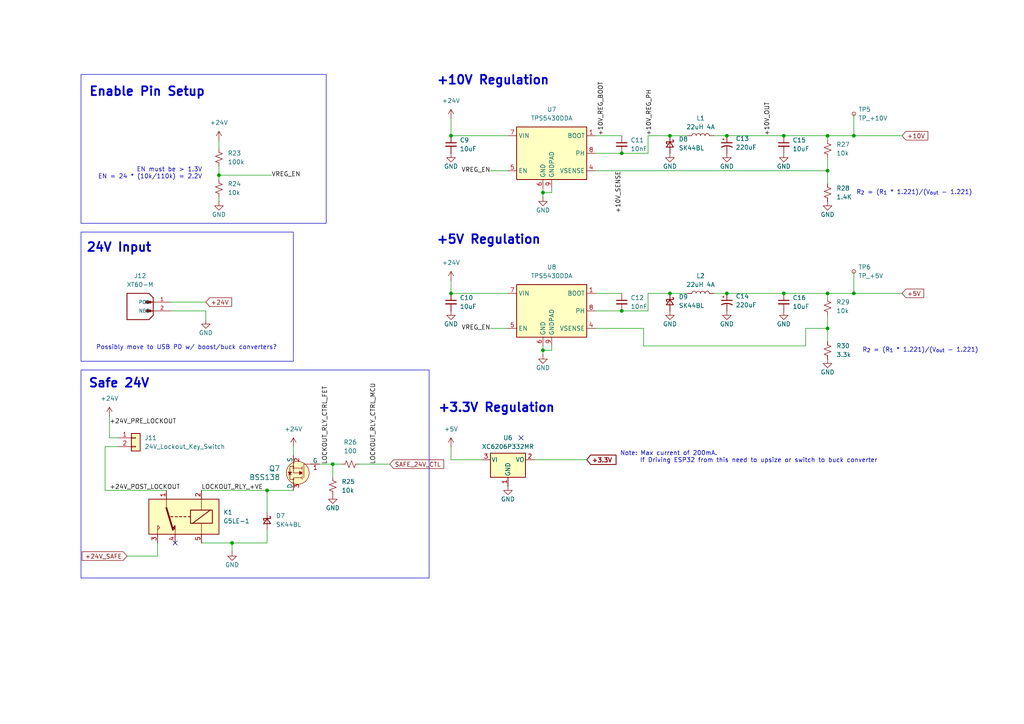
<source format=kicad_sch>
(kicad_sch (version 20250114) (generator "eeschema") (generator_version "9.0")
  (paper "A4")
  (title_block (title "Power Distribution") (rev "0.1.0") (company "Queen's Rocket Engineering Team"))
  (lib_symbols
    (symbol "Connector:TestPoint_Small" (pin_numbers (hide yes)) (pin_names (offset 0.762) (hide yes))
      (property "Reference" "TP" (at 0 3.81 0))
      (property "Value" "TestPoint_Small" (at 0 2.032 0))
      (symbol "TestPoint_Small_0_1"
        (circle (center 0 0) (radius 0.508))
      )
      (symbol "TestPoint_Small_1_1"
        (pin passive line (at 0 0 90) (length 0) (name "1") (number "1"))
      )
    )
    (symbol "Connector_Generic:Conn_01x02" (pin_names (offset 1.016) (hide yes))
      (property "Reference" "J" (at 0 2.54 0))
      (property "Value" "Conn_01x02" (at 0 -5.08 0))
      (symbol "Conn_01x02_1_1"
        (rectangle (start -1.27 1.27) (end 1.27 -3.81) (stroke (width 0.254)) (fill (type background)))
        (rectangle (start -1.27 0.127) (end 0 -0.127) (stroke (width 0.1524)))
        (rectangle (start -1.27 -2.413) (end 0 -2.667) (stroke (width 0.1524)))
        (pin passive line (at -5.08 0 0) (length 3.81) (name "Pin_1") (number "1"))
        (pin passive line (at -5.08 -2.54 0) (length 3.81) (name "Pin_2") (number "2"))
      )
    )
    (symbol "Device:C_Polarized_Small_US" (pin_numbers (hide yes)) (pin_names (offset 0.254) (hide yes))
      (property "Reference" "C" (at 0.254 1.778 0))
      (property "Value" "C_Polarized_Small_US" (at 0.254 -2.032 0))
      (symbol "C_Polarized_Small_US_0_1"
        (polyline (pts (xy -1.524 0.508) (xy 1.524 0.508)) (stroke (width 0.3048)))
        (polyline (pts (xy -1.27 1.524) (xy -0.762 1.524)))
        (polyline (pts (xy -1.016 1.27) (xy -1.016 1.778)))
        (arc (start -1.524 -0.762) (mid 0 -0.3734) (end 1.524 -0.762) (stroke (width 0.3048)))
      )
      (symbol "C_Polarized_Small_US_1_1"
        (pin passive line (at 0 2.54 270) (length 2.032) (name "~") (number "1"))
        (pin passive line (at 0 -2.54 90) (length 2.032) (name "~") (number "2"))
      )
    )
    (symbol "Device:C_Small" (pin_numbers (hide yes)) (pin_names (offset 0.254) (hide yes))
      (property "Reference" "C" (at 0.254 1.778 0))
      (property "Value" "C_Small" (at 0.254 -2.032 0))
      (symbol "C_Small_0_1"
        (polyline (pts (xy -1.524 0.508) (xy 1.524 0.508)) (stroke (width 0.3048)))
        (polyline (pts (xy -1.524 -0.508) (xy 1.524 -0.508)) (stroke (width 0.3302)))
      )
      (symbol "C_Small_1_1"
        (pin passive line (at 0 2.54 270) (length 2.032) (name "~") (number "1"))
        (pin passive line (at 0 -2.54 90) (length 2.032) (name "~") (number "2"))
      )
    )
    (symbol "Device:D_Schottky_Small" (pin_numbers (hide yes)) (pin_names (offset 0.254) (hide yes))
      (property "Reference" "D" (at -1.27 2.032 0))
      (property "Value" "D_Schottky_Small" (at -7.112 -2.032 0))
      (symbol "D_Schottky_Small_0_1"
        (polyline (pts (xy -1.27 0.762) (xy -1.27 1.016) (xy -0.762 1.016) (xy -0.762 -1.016) (xy -0.254 -1.016) (xy -0.254 -0.762)) (stroke (width 0.254)))
        (polyline (pts (xy -0.762 0) (xy 0.762 0)))
        (polyline (pts (xy 0.762 -1.016) (xy -0.762 0) (xy 0.762 1.016) (xy 0.762 -1.016)) (stroke (width 0.254)))
      )
      (symbol "D_Schottky_Small_1_1"
        (pin passive line (at -2.54 0 0) (length 1.778) (name "K") (number "1"))
        (pin passive line (at 2.54 0 180) (length 1.778) (name "A") (number "2"))
      )
    )
    (symbol "Device:L" (pin_numbers (hide yes)) (pin_names (offset 1.016) (hide yes))
      (property "Reference" "L" (at -1.27 0 90))
      (property "Value" "L" (at 1.905 0 90))
      (symbol "L_0_1"
        (arc (start 0 2.54) (mid 0.6323 1.905) (end 0 1.27))
        (arc (start 0 1.27) (mid 0.6323 0.635) (end 0 0))
        (arc (start 0 0) (mid 0.6323 -0.635) (end 0 -1.27))
        (arc (start 0 -1.27) (mid 0.6323 -1.905) (end 0 -2.54))
      )
      (symbol "L_1_1"
        (pin passive line (at 0 3.81 270) (length 1.27) (name "1") (number "1"))
        (pin passive line (at 0 -3.81 90) (length 1.27) (name "2") (number "2"))
      )
    )
    (symbol "Device:R_Small_US" (pin_numbers (hide yes)) (pin_names (offset 0.254) (hide yes))
      (property "Reference" "R" (at 0.762 0.508 0))
      (property "Value" "R_Small_US" (at 0.762 -1.016 0))
      (symbol "R_Small_US_1_1"
        (polyline (pts (xy 0 1.524) (xy 1.016 1.143) (xy 0 0.762) (xy -1.016 0.381) (xy 0 0)))
        (polyline (pts (xy 0 0) (xy 1.016 -0.381) (xy 0 -0.762) (xy -1.016 -1.143) (xy 0 -1.524)))
        (pin passive line (at 0 2.54 270) (length 1.016) (name "~") (number "1"))
        (pin passive line (at 0 -2.54 90) (length 1.016) (name "~") (number "2"))
      )
    )
    (symbol "Regulator_Linear:XC6206PxxxMR" (pin_names (offset 0.254))
      (property "Reference" "U" (at -3.81 3.175 0))
      (property "Value" "XC6206PxxxMR" (at 0 3.175 0))
      (symbol "XC6206PxxxMR_0_1"
        (rectangle (start -5.08 1.905) (end 5.08 -5.08) (stroke (width 0.254)) (fill (type background)))
      )
      (symbol "XC6206PxxxMR_1_1"
        (pin power_in line (at -7.62 0 0) (length 2.54) (name "VI") (number "3"))
        (pin power_in line (at 0 -7.62 90) (length 2.54) (name "GND") (number "1"))
        (pin power_out line (at 7.62 0 180) (length 2.54) (name "VO") (number "2"))
      )
    )
    (symbol "Regulator_Switching:TPS5430DDA"
      (property "Reference" "U" (at -10.16 8.89 0))
      (property "Value" "TPS5430DDA" (at -1.27 8.89 0))
      (symbol "TPS5430DDA_0_1"
        (rectangle (start -10.16 7.62) (end 10.16 -7.62) (stroke (width 0.254)) (fill (type background)))
      )
      (symbol "TPS5430DDA_1_1"
        (pin power_in line (at -12.7 5.08 0) (length 2.54) (name "VIN") (number "7"))
        (pin input line (at -12.7 -5.08 0) (length 2.54) (name "EN") (number "5"))
        (pin no_connect line (at -10.16 2.54 0) (length 2.54) (hide yes) (name "NC") (number "2"))
        (pin no_connect line (at -10.16 -2.54 0) (length 2.54) (hide yes) (name "NC") (number "3"))
        (pin power_in line (at -2.54 -10.16 90) (length 2.54) (name "GND") (number "6"))
        (pin power_in line (at 0 -10.16 90) (length 2.54) (name "GNDPAD") (number "9"))
        (pin input line (at 12.7 5.08 180) (length 2.54) (name "BOOT") (number "1"))
        (pin output line (at 12.7 0 180) (length 2.54) (name "PH") (number "8"))
        (pin input line (at 12.7 -5.08 180) (length 2.54) (name "VSENSE") (number "4"))
      )
    )
    (symbol "Relay:G5LE-1"
      (property "Reference" "K" (at 11.43 3.81 0))
      (property "Value" "G5LE-1" (at 11.43 1.27 0))
      (symbol "G5LE-1_0_0"
        (polyline (pts (xy 7.62 5.08) (xy 7.62 2.54) (xy 6.985 3.175) (xy 7.62 3.81)))
      )
      (symbol "G5LE-1_0_1"
        (rectangle (start -10.16 5.08) (end 10.16 -5.08) (stroke (width 0.254)) (fill (type background)))
        (rectangle (start -8.255 1.905) (end -1.905 -1.905) (stroke (width 0.254)))
        (polyline (pts (xy -7.62 -1.905) (xy -2.54 1.905)) (stroke (width 0.254)))
        (polyline (pts (xy -5.08 5.08) (xy -5.08 1.905)))
        (polyline (pts (xy -5.08 -5.08) (xy -5.08 -1.905)))
        (polyline (pts (xy -1.905 0) (xy -1.27 0)) (stroke (width 0.254)))
        (polyline (pts (xy -0.635 0) (xy 0 0)) (stroke (width 0.254)))
        (polyline (pts (xy 0.635 0) (xy 1.27 0)) (stroke (width 0.254)))
        (polyline (pts (xy 1.905 0) (xy 2.54 0)) (stroke (width 0.254)))
        (polyline (pts (xy 2.54 5.08) (xy 2.54 2.54) (xy 3.175 3.175) (xy 2.54 3.81)) (fill (type outline)))
        (polyline (pts (xy 3.175 0) (xy 3.81 0)) (stroke (width 0.254)))
        (polyline (pts (xy 5.08 -2.54) (xy 3.175 3.81)) (stroke (width 0.508)))
        (polyline (pts (xy 5.08 -2.54) (xy 5.08 -5.08)))
      )
      (symbol "G5LE-1_1_1"
        (pin passive line (at -5.08 7.62 270) (length 2.54) (name "~") (number "5"))
        (pin passive line (at -5.08 -7.62 90) (length 2.54) (name "~") (number "2"))
        (pin passive line (at 2.54 7.62 270) (length 2.54) (name "~") (number "4"))
        (pin passive line (at 5.08 -7.62 90) (length 2.54) (name "~") (number "1"))
        (pin passive line (at 7.62 7.62 270) (length 2.54) (name "~") (number "3"))
      )
    )
    (symbol "XT60-M:XT60-M" (pin_names (offset 1.016))
      (property "Reference" "J12" (at 3.81 10.16 0))
      (property "Value" "XT60-M" (at 3.81 7.62 0))
      (symbol "XT60-M_0_0"
        (polyline (pts (xy 0 3.81) (xy 0 2.54)) (stroke (width 0.254)))
        (polyline (pts (xy 0 3.81) (xy 1.27 5.08)) (stroke (width 0.254)))
        (polyline (pts (xy 0 2.54) (xy 0 -1.27)) (stroke (width 0.254)))
        (polyline (pts (xy 0 2.54) (xy 1.905 2.54)) (stroke (width 0.254)))
        (polyline (pts (xy 0 0) (xy 1.905 0)) (stroke (width 0.254)))
        (polyline (pts (xy 0 -1.27) (xy 1.27 -2.54)) (stroke (width 0.254)))
        (rectangle (start 0.635 2.2225) (end 2.2225 2.8575) (stroke (width 0.1)) (fill (type outline)))
        (rectangle (start 0.635 -0.3175) (end 2.2225 0.3175) (stroke (width 0.1)) (fill (type outline)))
        (polyline (pts (xy 1.27 -2.54) (xy 7.62 -2.54)) (stroke (width 0.254)))
        (polyline (pts (xy 7.62 5.08) (xy 1.27 5.08)) (stroke (width 0.254)))
        (polyline (pts (xy 7.62 -2.54) (xy 7.62 5.08)) (stroke (width 0.254)))
      )
      (symbol "XT60-M_1_0"
        (pin passive line (at -5.08 2.54 0) (length 5.08) (name "POS") (number "1"))
        (pin passive line (at -5.08 0 0) (length 5.08) (name "NEG") (number "2"))
      )
    )
    (symbol "dk_Transistors-FETs-MOSFETs-Single:BSS138" (pin_names (offset 0))
      (property "Reference" "Q" (at -2.6924 3.6322 0))
      (property "Value" "BSS138" (at 3.4544 0 90))
      (symbol "BSS138_0_1"
        (polyline (pts (xy -5.08 -2.54) (xy -3.048 -2.54) (xy -3.048 1.397)))
        (circle (center -1.27 0) (radius 3.302) (fill (type background)))
        (polyline (pts (xy -0.127 -1.905) (xy 1.016 -1.905) (xy 1.016 1.397) (xy 1.016 1.905) (xy -0.127 1.905)))
        (polyline (pts (xy 0 2.54) (xy 0 1.397) (xy -2.54 1.397)))
        (circle (center 0 1.905) (radius 0.127))
        (polyline (pts (xy 0 -1.397) (xy -2.54 -1.397)))
        (circle (center 0 -1.397) (radius 0.127))
        (circle (center 0 -1.905) (radius 0.127))
        (polyline (pts (xy 0 -2.54) (xy 0 0) (xy -2.54 0)))
      )
      (symbol "BSS138_1_1"
        (polyline (pts (xy -2.54 1.905) (xy -2.54 0.889)))
        (polyline (pts (xy -2.54 0) (xy -2.54 0.508)))
        (polyline (pts (xy -2.54 0) (xy -2.54 -0.508)))
        (polyline (pts (xy -2.54 0) (xy -1.778 0.508) (xy -1.778 -0.508) (xy -2.54 0)) (fill (type outline)))
        (polyline (pts (xy -2.54 -1.397) (xy -2.54 -0.889)))
        (polyline (pts (xy -2.54 -1.397) (xy -2.54 -1.905)))
        (polyline (pts (xy 1.016 0.508) (xy 0.508 -0.254) (xy 1.524 -0.254) (xy 1.016 0.508)) (fill (type outline)))
        (polyline (pts (xy 1.524 0.508) (xy 0.508 0.508)))
        (pin bidirectional line (at -7.62 -2.54 0) (length 2.54) (name "G") (number "1"))
        (pin bidirectional line (at 0 5.08 270) (length 2.54) (name "D") (number "3"))
        (pin bidirectional line (at 0 -5.08 90) (length 2.54) (name "S") (number "2"))
      )
    )
    (symbol "power:+24V" (power) (pin_numbers (hide yes)) (pin_names (offset 0) (hide yes))
      (property "Value" "+24V" (at 0 3.556 0))
      (symbol "+24V_0_1"
        (polyline (pts (xy -0.762 1.27) (xy 0 2.54)))
        (polyline (pts (xy 0 2.54) (xy 0.762 1.27)))
        (polyline (pts (xy 0 0) (xy 0 2.54)))
      )
      (symbol "+24V_1_1"
        (pin power_in line (at 0 0 90) (length 0) (name "~") (number "1"))
      )
    )
    (symbol "power:+5V" (power) (pin_numbers (hide yes)) (pin_names (offset 0) (hide yes))
      (property "Value" "+5V" (at 0 3.556 0))
      (symbol "+5V_0_1"
        (polyline (pts (xy -0.762 1.27) (xy 0 2.54)))
        (polyline (pts (xy 0 2.54) (xy 0.762 1.27)))
        (polyline (pts (xy 0 0) (xy 0 2.54)))
      )
      (symbol "+5V_1_1"
        (pin power_in line (at 0 0 90) (length 0) (name "~") (number "1"))
      )
    )
    (symbol "power:GND" (power) (pin_numbers (hide yes)) (pin_names (offset 0) (hide yes))
      (property "Value" "GND" (at 0 -3.81 0))
      (symbol "GND_0_1"
        (polyline (pts (xy 0 0) (xy 0 -1.27) (xy 1.27 -1.27) (xy 0 -2.54) (xy -1.27 -1.27) (xy 0 -1.27)))
      )
      (symbol "GND_1_1"
        (pin power_in line (at 0 0 270) (length 0) (name "~") (number "1"))
      )
    )
  )
  (rectangle (start 23.495 107.315) (end 124.46 167.64))
  (rectangle (start 23.495 21.59) (end 94.615 64.77))
  (rectangle (start 23.495 67.31) (end 85.09 104.775))
  (text "EN must be > 1.3V\nEN = 24 * (10k/110k) = 2.2V" (at 58.674 50.292 0) (effects (font (size 1.27 1.27)) (justify right)))
  (text "Possibly move to USB PD w/ boost/buck converters?" (at 54.102 100.838 0) (effects (font (size 1.27 1.27))))
  (text "+5V Regulation" (at 141.732 69.596 0) (effects (font (size 2.54 2.54) (thickness 0.508) (bold yes))))
  (text "R_{2} = (R_{1} * 1.221)/(V_{out} - 1.221)" (at 266.954 101.6 0) (effects (font (size 1.27 1.27))))
  (text "Note: Max current of 200mA.\n	 If Driving ESP32 from this need to upsize or switch to buck converter" (at 179.832 132.588 0) (effects (font (size 1.27 1.27) (thickness 0.1588)) (justify left)))
  (text "+3.3V Regulation" (at 144.018 118.364 0) (effects (font (size 2.54 2.54) (thickness 0.508) (bold yes))))
  (text "Enable Pin Setup" (at 42.672 26.67 0) (effects (font (size 2.54 2.54) (thickness 0.508) (bold yes))))
  (text "24V Input" (at 34.544 71.882 0) (effects (font (size 2.54 2.54) (thickness 0.508) (bold yes))))
  (text "+10V Regulation" (at 143.002 23.368 0) (effects (font (size 2.54 2.54) (thickness 0.508) (bold yes))))
  (text "R_{2} = (R_{1} * 1.221)/(V_{out} - 1.221)" (at 265.176 55.88 0) (effects (font (size 1.27 1.27))))
  (text "Safe 24V" (at 34.544 111.252 0) (effects (font (size 2.54 2.54) (thickness 0.508) (bold yes))))
  (junction (at 210.82 85.09))
  (junction (at 240.03 85.09))
  (junction (at 180.34 44.45))
  (junction (at 96.52 134.62))
  (junction (at 227.33 85.09))
  (junction (at 227.33 39.37))
  (junction (at 247.65 85.09))
  (junction (at 194.31 85.09))
  (junction (at 157.48 55.88))
  (junction (at 130.81 85.09))
  (junction (at 194.31 39.37))
  (junction (at 63.5 50.8))
  (junction (at 240.03 95.25))
  (junction (at 240.03 39.37))
  (junction (at 247.65 39.37))
  (junction (at 210.82 39.37))
  (junction (at 240.03 49.53))
  (junction (at 157.48 101.6))
  (junction (at 180.34 90.17))
  (junction (at 130.81 39.37))
  (junction (at 77.47 142.24))
  (junction (at 67.31 157.48))
  (no_connect (at 151.13 127))
  (no_connect (at 50.8 157.48))
  (wire (pts (xy 59.69 92.71) (xy 59.69 90.17)))
  (wire (pts (xy 157.48 55.88) (xy 160.02 55.88)))
  (wire (pts (xy 157.48 101.6) (xy 160.02 101.6)))
  (wire (pts (xy 172.72 90.17) (xy 180.34 90.17)))
  (wire (pts (xy 160.02 101.6) (xy 160.02 100.33)))
  (wire (pts (xy 157.48 55.88) (xy 157.48 54.61)))
  (wire (pts (xy 210.82 85.09) (xy 227.33 85.09)))
  (wire (pts (xy 186.69 100.33) (xy 233.68 100.33)))
  (wire (pts (xy 187.96 44.45) (xy 187.96 39.37)))
  (wire (pts (xy 36.83 161.29) (xy 45.72 161.29)))
  (wire (pts (xy 77.47 157.48) (xy 77.47 153.67)))
  (wire (pts (xy 247.65 85.09) (xy 261.62 85.09)))
  (wire (pts (xy 247.65 78.74) (xy 247.65 85.09)))
  (wire (pts (xy 233.68 100.33) (xy 233.68 95.25)))
  (wire (pts (xy 130.81 34.29) (xy 130.81 39.37)))
  (wire (pts (xy 96.52 134.62) (xy 96.52 138.43)))
  (wire (pts (xy 130.81 85.09) (xy 147.32 85.09)))
  (wire (pts (xy 194.31 85.09) (xy 199.39 85.09)))
  (wire (pts (xy 63.5 50.8) (xy 63.5 52.07)))
  (wire (pts (xy 77.47 142.24) (xy 77.47 148.59)))
  (wire (pts (xy 186.69 95.25) (xy 186.69 100.33)))
  (wire (pts (xy 147.32 95.25) (xy 142.24 95.25)))
  (wire (pts (xy 240.03 49.53) (xy 240.03 53.34)))
  (wire (pts (xy 180.34 44.45) (xy 187.96 44.45)))
  (wire (pts (xy 172.72 95.25) (xy 186.69 95.25)))
  (wire (pts (xy 194.31 39.37) (xy 199.39 39.37)))
  (wire (pts (xy 187.96 90.17) (xy 187.96 85.09)))
  (wire (pts (xy 130.81 81.28) (xy 130.81 85.09)))
  (wire (pts (xy 240.03 40.64) (xy 240.03 39.37)))
  (wire (pts (xy 172.72 85.09) (xy 180.34 85.09)))
  (wire (pts (xy 240.03 86.36) (xy 240.03 85.09)))
  (wire (pts (xy 187.96 85.09) (xy 194.31 85.09)))
  (wire (pts (xy 130.81 39.37) (xy 147.32 39.37)))
  (wire (pts (xy 49.53 87.63) (xy 59.69 87.63)))
  (wire (pts (xy 130.81 129.54) (xy 130.81 133.35)))
  (wire (pts (xy 67.31 157.48) (xy 67.31 160.02)))
  (wire (pts (xy 227.33 39.37) (xy 240.03 39.37)))
  (wire (pts (xy 147.32 49.53) (xy 142.24 49.53)))
  (wire (pts (xy 240.03 95.25) (xy 240.03 99.06)))
  (wire (pts (xy 207.01 39.37) (xy 210.82 39.37)))
  (wire (pts (xy 63.5 48.26) (xy 63.5 50.8)))
  (wire (pts (xy 240.03 39.37) (xy 247.65 39.37)))
  (wire (pts (xy 154.94 133.35) (xy 170.18 133.35)))
  (wire (pts (xy 96.52 134.62) (xy 99.06 134.62)))
  (wire (pts (xy 130.81 133.35) (xy 139.7 133.35)))
  (wire (pts (xy 210.82 39.37) (xy 227.33 39.37)))
  (wire (pts (xy 63.5 40.64) (xy 63.5 43.18)))
  (wire (pts (xy 30.48 142.24) (xy 48.26 142.24)))
  (wire (pts (xy 31.75 120.65) (xy 31.75 127)))
  (wire (pts (xy 45.72 161.29) (xy 45.72 157.48)))
  (wire (pts (xy 92.71 134.62) (xy 96.52 134.62)))
  (wire (pts (xy 85.09 129.54) (xy 85.09 132.08)))
  (wire (pts (xy 240.03 91.44) (xy 240.03 95.25)))
  (wire (pts (xy 187.96 39.37) (xy 194.31 39.37)))
  (wire (pts (xy 240.03 45.72) (xy 240.03 49.53)))
  (wire (pts (xy 180.34 90.17) (xy 187.96 90.17)))
  (wire (pts (xy 63.5 57.15) (xy 63.5 58.42)))
  (wire (pts (xy 172.72 44.45) (xy 180.34 44.45)))
  (wire (pts (xy 77.47 142.24) (xy 85.09 142.24)))
  (wire (pts (xy 58.42 142.24) (xy 77.47 142.24)))
  (wire (pts (xy 157.48 55.88) (xy 157.48 57.15)))
  (wire (pts (xy 247.65 39.37) (xy 261.62 39.37)))
  (wire (pts (xy 63.5 50.8) (xy 78.74 50.8)))
  (wire (pts (xy 30.48 142.24) (xy 30.48 129.54)))
  (wire (pts (xy 227.33 85.09) (xy 240.03 85.09)))
  (wire (pts (xy 30.48 129.54) (xy 34.29 129.54)))
  (wire (pts (xy 240.03 85.09) (xy 247.65 85.09)))
  (wire (pts (xy 77.47 157.48) (xy 67.31 157.48)))
  (wire (pts (xy 104.14 134.62) (xy 113.03 134.62)))
  (wire (pts (xy 160.02 55.88) (xy 160.02 54.61)))
  (wire (pts (xy 58.42 157.48) (xy 67.31 157.48)))
  (wire (pts (xy 157.48 101.6) (xy 157.48 102.87)))
  (wire (pts (xy 59.69 90.17) (xy 49.53 90.17)))
  (wire (pts (xy 207.01 85.09) (xy 210.82 85.09)))
  (wire (pts (xy 233.68 95.25) (xy 240.03 95.25)))
  (wire (pts (xy 172.72 49.53) (xy 240.03 49.53)))
  (wire (pts (xy 31.75 127) (xy 34.29 127)))
  (wire (pts (xy 157.48 101.6) (xy 157.48 100.33)))
  (wire (pts (xy 247.65 33.02) (xy 247.65 39.37)))
  (wire (pts (xy 172.72 39.37) (xy 180.34 39.37)))
  (label "VREG_EN" (at 78.74 50.8 0))
  (label "+24V_POST_LOCKOUT" (at 31.75 142.24 0))
  (label "+10V_OUT" (at 223.52 39.37 90))
  (label "+10V_REG_BOOT" (at 175.26 39.37 90))
  (label "LOCKOUT_RLY_CTRL_FET" (at 95.25 134.62 90))
  (label "+10V_SENSE" (at 180.34 49.53 270))
  (label "LOCKOUT_RLY_CTRL_MCU" (at 109.22 134.62 90))
  (label "+24V_PRE_LOCKOUT" (at 31.75 123.19 0))
  (label "LOCKOUT_RLY_+VE" (at 58.42 142.24 0))
  (label "+10V_REG_PH" (at 189.23 39.37 90))
  (label "VREG_EN" (at 142.24 95.25 180))
  (label "VREG_EN" (at 142.24 49.53 180))
  (global_label "SAFE_24V_CTL" (shape input) (at 113.03 134.62 0) (property "Intersheetrefs" "${INTERSHEET_REFS}" (effects (hide yes))))
  (global_label "+3.3V" (shape input) (at 170.18 133.35 0) (effects (font (thickness 0.254) (bold yes))) (property "Intersheetrefs" "${INTERSHEET_REFS}" (effects (hide yes))))
  (global_label "+10V" (shape input) (at 261.62 39.37 0) (property "Intersheetrefs" "${INTERSHEET_REFS}" (effects (hide yes))))
  (global_label "+24V_SAFE" (shape input) (at 36.83 161.29 180) (property "Intersheetrefs" "${INTERSHEET_REFS}" (effects (hide yes))))
  (global_label "+24V" (shape input) (at 59.69 87.63 0) (property "Intersheetrefs" "${INTERSHEET_REFS}" (effects (hide yes))))
  (global_label "+5V" (shape input) (at 261.62 85.09 0) (property "Intersheetrefs" "${INTERSHEET_REFS}" (effects (hide yes))))
  (symbol (lib_id "power:+24V") (at 130.81 34.29 0) (unit 1)
    (property "Reference" "#PWR066" (effects (hide yes)))
    (property "Value" "+24V" (at 130.81 29.21 0))
    (property "Description" "Power symbol creates a global label with name \"+24V\"" (effects (hide yes)))
  )
  (symbol (lib_id "power:GND") (at 130.81 90.17 0) (unit 1)
    (property "Reference" "#PWR069" (effects (hide yes)))
    (property "Value" "GND" (at 130.81 93.98 0))
    (property "Description" "Power symbol creates a global label with name \"GND\" , ground" (effects (hide yes)))
  )
  (symbol (lib_id "Device:R_Small_US") (at 240.03 43.18 0) (unit 1)
    (property "Reference" "R27" (at 242.57 41.9099 0) (effects (justify left)))
    (property "Value" "10k" (at 242.57 44.4499 0) (effects (justify left)))
    (property "Footprint" "Resistor_SMD:R_0402_1005Metric" (effects (hide yes)))
    (property "Description" "Resistor, small US symbol" (effects (hide yes)))
    (property "LCSC" "C25531" (effects (hide yes)))
    (property "MPN" "0402WGJ0103TCE" (effects (hide yes)))
  )
  (symbol (lib_id "Device:R_Small_US") (at 63.5 45.72 0) (unit 1)
    (property "Reference" "R23" (at 66.04 44.4499 0) (effects (justify left)))
    (property "Value" "100k" (at 66.04 46.9899 0) (effects (justify left)))
    (property "Footprint" "Resistor_SMD:R_0402_1005Metric" (effects (hide yes)))
    (property "Description" "Resistor, small US symbol" (effects (hide yes)))
    (property "MPN" "0402WGJ0104TCE" (effects (hide yes)))
    (property "LCSC" "C25530" (effects (hide yes)))
  )
  (symbol (lib_id "Device:R_Small_US") (at 101.6 134.62 90) (unit 1)
    (property "Reference" "R26" (at 101.6 128.27 90))
    (property "Value" "100" (at 101.6 130.81 90))
    (property "Footprint" "Resistor_SMD:R_0402_1005Metric" (effects (hide yes)))
    (property "Description" "Resistor, small US symbol" (effects (hide yes)))
    (property "MPN" "0402WGF1000TCE" (effects (hide yes)))
    (property "LCSC" "C25076" (effects (hide yes)))
  )
  (symbol (lib_id "Device:D_Schottky_Small") (at 77.47 151.13 270) (unit 1)
    (property "Reference" "D7" (at 80.01 149.6059 90) (effects (justify left)))
    (property "Value" "SK44BL" (at 80.01 152.1459 90) (effects (justify left)))
    (property "Footprint" "Diode_SMD:D_SMB" (effects (hide yes)))
    (property "Description" "Schottky diode, small symbol" (effects (hide yes)))
    (property "MPN" "SK44BL-TP" (effects (hide yes)))
    (property "LCSC" "C151740" (effects (hide yes)))
  )
  (symbol (lib_id "Device:R_Small_US") (at 96.52 140.97 0) (unit 1)
    (property "Reference" "R25" (at 99.06 139.6999 0) (effects (justify left)))
    (property "Value" "10k" (at 99.06 142.2399 0) (effects (justify left)))
    (property "Footprint" "Resistor_SMD:R_0402_1005Metric" (effects (hide yes)))
    (property "Description" "Resistor, small US symbol" (effects (hide yes)))
    (property "LCSC" "C25531" (effects (hide yes)))
    (property "MPN" "0402WGJ0103TCE" (effects (hide yes)))
  )
  (symbol (lib_id "power:GND") (at 130.81 44.45 0) (unit 1)
    (property "Reference" "#PWR067" (effects (hide yes)))
    (property "Value" "GND" (at 130.81 48.26 0))
    (property "Description" "Power symbol creates a global label with name \"GND\" , ground" (effects (hide yes)))
  )
  (symbol (lib_id "power:GND") (at 59.69 92.71 0) (unit 1)
    (property "Reference" "#PWR060" (effects (hide yes)))
    (property "Value" "GND" (at 59.69 96.52 0))
    (property "Description" "Power symbol creates a global label with name \"GND\" , ground" (effects (hide yes)))
  )
  (symbol (lib_id "power:GND") (at 63.5 58.42 0) (unit 1)
    (property "Reference" "#PWR062" (effects (hide yes)))
    (property "Value" "GND" (at 63.5 62.23 0))
    (property "Description" "Power symbol creates a global label with name \"GND\" , ground" (effects (hide yes)))
  )
  (symbol (lib_id "Regulator_Linear:XC6206PxxxMR") (at 147.32 133.35 0) (unit 1)
    (property "Reference" "U6" (at 147.32 127 0))
    (property "Value" "XC6206P332MR" (at 147.32 129.54 0))
    (property "Footprint" "Package_TO_SOT_SMD:SOT-23-3" (effects (hide yes)))
    (property "Datasheet" "https://www.torexsemi.com/file/xc6206/XC6206.pdf" (effects (hide yes)))
    (property "Description" "Positive 60-250mA Low Dropout Regulator, Fixed Output, SOT-23" (effects (hide yes)))
    (property "LCSC" "C5446" (effects (hide yes)))
  )
  (symbol (lib_id "Regulator_Switching:TPS5430DDA") (at 160.02 44.45 0) (unit 1)
    (property "Reference" "U7" (at 160.02 31.75 0))
    (property "Value" "TPS5430DDA" (at 160.02 34.29 0))
    (property "Footprint" "Package_SO:TI_SO-PowerPAD-8_ThermalVias" (effects (hide yes)))
    (property "Datasheet" "http://www.ti.com/lit/ds/symlink/tps5430.pdf" (effects (hide yes)))
    (property "Description" "3A, Step Down Swift Converter, Adjustable Output Voltage, 5.5-36V Input Voltage, PowerSO-8" (effects (hide yes)))
    (property "LCSC" "C9864" (effects (hide yes)))
  )
  (symbol (lib_id "Connector_Generic:Conn_01x02") (at 39.37 127 0) (unit 1)
    (property "Reference" "J11" (at 41.91 126.9999 0) (effects (justify left)))
    (property "Value" "24V_Lockout_Key_Switch" (at 41.91 129.5399 0) (effects (justify left)))
    (property "Footprint" "Connector_JST:JST_XH_B2B-XH-A_1x02_P2.50mm_Vertical" (effects (hide yes)))
    (property "Description" "Generic connector, single row, 01x02, script generated (kicad-library-utils/schlib/autogen/connector/)" (effects (hide yes)))
    (property "MPN" "XH-2A" (effects (hide yes)))
    (property "LCSC" "C20079" (effects (hide yes)))
  )
  (symbol (lib_id "Device:L") (at 203.2 39.37 90) (unit 1)
    (property "Reference" "L1" (at 203.2 34.29 90))
    (property "Value" "22uH 4A" (at 203.2 36.83 90))
    (property "Footprint" "Inductor_SMD:L_12.5x12.5mm_SXNSMDRS1275" (effects (hide yes)))
    (property "Datasheet" "kicad-embed://SMDRSXXXX.pdf" (effects (hide yes)))
    (property "Description" "Inductor" (effects (hide yes)))
    (property "P/N" "SMDRS1275-220N" (effects (hide yes)))
    (property "MFG" "SXN(Shun Xiang Nuo Elec)" (effects (hide yes)))
    (property "DCR" "26mΩ" (effects (hide yes)))
    (property "Isat" "4A" (effects (hide yes)))
    (property "Irated" "4A" (effects (hide yes)))
    (property "LCSC" "C163684" (effects (hide yes)))
  )
  (symbol (lib_id "power:GND") (at 240.03 58.42 0) (unit 1)
    (property "Reference" "#PWR080" (effects (hide yes)))
    (property "Value" "GND" (at 240.03 62.23 0))
    (property "Description" "Power symbol creates a global label with name \"GND\" , ground" (effects (hide yes)))
  )
  (symbol (lib_id "Device:R_Small_US") (at 240.03 88.9 0) (unit 1)
    (property "Reference" "R29" (at 242.57 87.6299 0) (effects (justify left)))
    (property "Value" "10k" (at 242.57 90.1699 0) (effects (justify left)))
    (property "Footprint" "Resistor_SMD:R_0402_1005Metric" (effects (hide yes)))
    (property "Description" "Resistor, small US symbol" (effects (hide yes)))
    (property "LCSC" "C25531" (effects (hide yes)))
    (property "MPN" "0402WGJ0103TCE" (effects (hide yes)))
  )
  (symbol (lib_id "power:GND") (at 210.82 44.45 0) (unit 1)
    (property "Reference" "#PWR076" (effects (hide yes)))
    (property "Value" "GND" (at 210.82 48.26 0))
    (property "Description" "Power symbol creates a global label with name \"GND\" , ground" (effects (hide yes)))
  )
  (symbol (lib_id "Relay:G5LE-1") (at 53.34 149.86 180) (unit 1)
    (property "Reference" "K1" (at 64.77 148.5899 0) (effects (justify right)))
    (property "Value" "G5LE-1" (at 64.77 151.1299 0) (effects (justify right)))
    (property "Footprint" "Relay_THT:Relay_SPDT_Omron-G5LE-1" (effects (hide yes)))
    (property "Datasheet" "http://www.omron.com/ecb/products/pdf/en-g5le.pdf" (effects (hide yes)))
    (property "Description" "Omron G5LE relay, Miniature Single Pole, SPDT, 10A" (effects (hide yes)))
  )
  (symbol (lib_id "power:GND") (at 96.52 143.51 0) (unit 1)
    (property "Reference" "#PWR065" (effects (hide yes)))
    (property "Value" "GND" (at 96.52 147.32 0))
    (property "Description" "Power symbol creates a global label with name \"GND\" , ground" (effects (hide yes)))
  )
  (symbol (lib_id "Device:R_Small_US") (at 240.03 101.6 0) (unit 1)
    (property "Reference" "R30" (at 242.57 100.3299 0) (effects (justify left)))
    (property "Value" "3.3k" (at 242.57 102.8699 0) (effects (justify left)))
    (property "Footprint" "Resistor_SMD:R_0402_1005Metric" (effects (hide yes)))
    (property "Description" "Resistor, small US symbol" (effects (hide yes)))
    (property "MPN" "0402WGF3301TCE" (effects (hide yes)))
    (property "LCSC" "C25890" (effects (hide yes)))
  )
  (symbol (lib_id "power:GND") (at 240.03 104.14 0) (unit 1)
    (property "Reference" "#PWR081" (effects (hide yes)))
    (property "Value" "GND" (at 240.03 107.95 0))
    (property "Description" "Power symbol creates a global label with name \"GND\" , ground" (effects (hide yes)))
  )
  (symbol (lib_id "Device:C_Small") (at 227.33 41.91 0) (unit 1)
    (property "Reference" "C15" (at 229.87 40.6462 0) (effects (justify left)))
    (property "Value" "10uF" (at 229.87 43.1862 0) (effects (justify left)))
    (property "Footprint" "Capacitor_SMD:C_1206_3216Metric" (effects (hide yes)))
    (property "Description" "Unpolarized capacitor, small symbol" (effects (hide yes)))
    (property "Voltage" "50V" (effects (hide yes)))
    (property "Dielectric" "X5R or X7R" (effects (hide yes)))
    (property "P/N" "CL31A106KBHNNNE" (effects (hide yes)))
    (property "LCSC" "C13585" (effects (hide yes)))
  )
  (symbol (lib_id "power:GND") (at 194.31 44.45 0) (unit 1)
    (property "Reference" "#PWR074" (effects (hide yes)))
    (property "Value" "GND" (at 194.31 48.26 0))
    (property "Description" "Power symbol creates a global label with name \"GND\" , ground" (effects (hide yes)))
  )
  (symbol (lib_id "power:GND") (at 227.33 90.17 0) (unit 1)
    (property "Reference" "#PWR079" (effects (hide yes)))
    (property "Value" "GND" (at 227.33 93.98 0))
    (property "Description" "Power symbol creates a global label with name \"GND\" , ground" (effects (hide yes)))
  )
  (symbol (lib_id "Device:C_Polarized_Small_US") (at 210.82 41.91 0) (unit 1)
    (property "Reference" "C13" (at 213.36 40.2081 0) (effects (justify left)))
    (property "Value" "220uF" (at 213.36 42.7481 0) (effects (justify left)))
    (property "Footprint" "Capacitor_SMD:CP_Elec_8x10.5" (effects (hide yes)))
    (property "Datasheet" "kicad-embed://C3340.pdf" (effects (hide yes)))
    (property "Description" "Polarized capacitor, small US symbol" (effects (hide yes)))
    (property "P/N" "RVT1V221M0810" (effects (hide yes)))
    (property "MFR" "Honor Elec" (effects (hide yes)))
    (property "LCSC" "C3340" (effects (hide yes)))
  )
  (symbol (lib_id "power:GND") (at 210.82 90.17 0) (unit 1)
    (property "Reference" "#PWR077" (effects (hide yes)))
    (property "Value" "GND" (at 210.82 93.98 0))
    (property "Description" "Power symbol creates a global label with name \"GND\" , ground" (effects (hide yes)))
  )
  (symbol (lib_id "XT60-M:XT60-M") (at 44.45 90.17 0) (mirror y) (unit 1)
    (property "Reference" "J12" (at 40.64 80.01 0))
    (property "Value" "XT60-M" (at 40.64 82.55 0))
    (property "Footprint" "Connector_AMASS:AMASS_XT60PW-F_1x02_P7.20mm_Horizontal" (effects (hide yes)))
    (property "MF" "AMASS" (effects (hide yes)))
    (property "MAXIMUM_PACKAGE_HEIGHT" "16.00 mm" (effects (hide yes)))
    (property "Package" "Package" (effects (hide yes)))
    (property "Price" "None" (effects (hide yes)))
    (property "Check_prices" "https://www.snapeda.com/parts/XT60-M/AMASS/view-part/?ref=eda" (effects (hide yes)))
    (property "STANDARD" "IPC 7351B" (effects (hide yes)))
    (property "PARTREV" "V1.2" (effects (hide yes)))
    (property "SnapEDA_Link" "https://www.snapeda.com/parts/XT60-M/AMASS/view-part/?ref=snap" (effects (hide yes)))
    (property "MP" "XT60-M" (effects (hide yes)))
    (property "Description_1" "Plug; DC supply; XT60; male; PIN: 2; for cable; soldered; 30A; 500V" (effects (hide yes)))
    (property "Availability" "Not in stock" (effects (hide yes)))
    (property "MANUFACTURER" "AMASS" (effects (hide yes)))
    (property "Ordering Link" "https://www.amazon.ca/XT60PW-Connector-Adapter-Battery-%EF%BC%885Pairs%EF%BC%89/dp/B09XTN9N9S" (effects (hide yes)))
  )
  (symbol (lib_id "dk_Transistors-FETs-MOSFETs-Single:BSS138") (at 85.09 137.16 180) (unit 1)
    (property "Reference" "Q7" (at 81.28 135.8899 0) (effects (font (size 1.524 1.524)) (justify left)))
    (property "Value" "BSS138" (at 81.28 138.4299 0) (effects (font (size 1.524 1.524)) (justify left)))
    (property "Footprint" "Package_TO_SOT_SMD:SOT-23-3" (effects (hide yes)))
    (property "Datasheet" "https://www.onsemi.com/pub/Collateral/BSS138-D.PDF" (effects (hide yes)))
    (property "Description" "MOSFET N-CH 50V 220MA SOT-23" (effects (hide yes)))
    (property "MPN" "BSS138" (effects (hide yes)))
    (property "LCSC" "C8490" (effects (hide yes)))
    (property "Category" "Discrete Semiconductor Products" (effects (hide yes)))
    (property "Family" "Transistors - FETs, MOSFETs - Single" (effects (hide yes)))
    (property "DK_Datasheet_Link" "https://www.onsemi.com/pub/Collateral/BSS138-D.PDF" (effects (hide yes)))
    (property "DK_Detail_Page" "/product-detail/en/on-semiconductor/BSS138/BSS138CT-ND/244294" (effects (hide yes)))
    (property "Description_1" "MOSFET N-CH 50V 220MA SOT-23" (effects (hide yes)))
    (property "Manufacturer" "ON Semiconductor" (effects (hide yes)))
    (property "Status" "Active" (effects (hide yes)))
  )
  (symbol (lib_id "Device:D_Schottky_Small") (at 194.31 87.63 270) (unit 1)
    (property "Reference" "D9" (at 196.85 86.1059 90) (effects (justify left)))
    (property "Value" "SK44BL" (at 196.85 88.6459 90) (effects (justify left)))
    (property "Footprint" "Diode_SMD:D_SMB" (effects (hide yes)))
    (property "Description" "Schottky diode, small symbol" (effects (hide yes)))
    (property "MPN" "SK44BL-TP" (effects (hide yes)))
    (property "LCSC" "C151740" (effects (hide yes)))
  )
  (symbol (lib_id "power:GND") (at 194.31 90.17 0) (unit 1)
    (property "Reference" "#PWR075" (effects (hide yes)))
    (property "Value" "GND" (at 194.31 93.98 0))
    (property "Description" "Power symbol creates a global label with name \"GND\" , ground" (effects (hide yes)))
  )
  (symbol (lib_id "Device:C_Small") (at 130.81 41.91 0) (unit 1)
    (property "Reference" "C9" (at 133.35 40.6462 0) (effects (justify left)))
    (property "Value" "10uF" (at 133.35 43.1862 0) (effects (justify left)))
    (property "Footprint" "Capacitor_SMD:C_1206_3216Metric" (effects (hide yes)))
    (property "Description" "Unpolarized capacitor, small symbol" (effects (hide yes)))
    (property "Voltage" "50V" (effects (hide yes)))
    (property "Dielectric" "X5R or X7R" (effects (hide yes)))
    (property "P/N" "CL31A106KBHNNNE" (effects (hide yes)))
    (property "LCSC" "C13585" (effects (hide yes)))
  )
  (symbol (lib_id "Connector:TestPoint_Small") (at 247.65 78.74 0) (unit 1)
    (property "Reference" "TP6" (at 248.92 77.4699 0) (effects (justify left)))
    (property "Value" "TP_+5V" (at 248.92 80.0099 0) (effects (justify left)))
    (property "Footprint" "TestPoint:TestPoint_Pad_D1.0mm" (effects (hide yes)))
    (property "Description" "test point" (effects (hide yes)))
  )
  (symbol (lib_id "Device:L") (at 203.2 85.09 90) (unit 1)
    (property "Reference" "L2" (at 203.2 80.01 90))
    (property "Value" "22uH 4A" (at 203.2 82.55 90))
    (property "Footprint" "Inductor_SMD:L_12.5x12.5mm_SXNSMDRS1275" (effects (hide yes)))
    (property "Datasheet" "kicad-embed://SMDRSXXXX.pdf" (effects (hide yes)))
    (property "Description" "Inductor" (effects (hide yes)))
    (property "P/N" "SMDRS1275-220N" (effects (hide yes)))
    (property "MFG" "SXN(Shun Xiang Nuo Elec)" (effects (hide yes)))
    (property "DCR" "26mΩ" (effects (hide yes)))
    (property "Isat" "4A" (effects (hide yes)))
    (property "Irated" "4A" (effects (hide yes)))
    (property "LCSC" "C163684" (effects (hide yes)))
  )
  (symbol (lib_id "Connector:TestPoint_Small") (at 247.65 33.02 0) (unit 1)
    (property "Reference" "TP5" (at 248.92 31.7499 0) (effects (justify left)))
    (property "Value" "TP_+10V" (at 248.92 34.2899 0) (effects (justify left)))
    (property "Footprint" "TestPoint:TestPoint_Pad_D1.0mm" (effects (hide yes)))
    (property "Description" "test point" (effects (hide yes)))
  )
  (symbol (lib_id "power:+24V") (at 130.81 81.28 0) (unit 1)
    (property "Reference" "#PWR068" (effects (hide yes)))
    (property "Value" "+24V" (at 130.81 76.2 0))
    (property "Description" "Power symbol creates a global label with name \"+24V\"" (effects (hide yes)))
  )
  (symbol (lib_id "Regulator_Switching:TPS5430DDA") (at 160.02 90.17 0) (unit 1)
    (property "Reference" "U8" (at 160.02 77.47 0))
    (property "Value" "TPS5430DDA" (at 160.02 80.01 0))
    (property "Footprint" "Package_SO:TI_SO-PowerPAD-8_ThermalVias" (effects (hide yes)))
    (property "Datasheet" "http://www.ti.com/lit/ds/symlink/tps5430.pdf" (effects (hide yes)))
    (property "Description" "3A, Step Down Swift Converter, Adjustable Output Voltage, 5.5-36V Input Voltage, PowerSO-8" (effects (hide yes)))
    (property "LCSC" "C9864" (effects (hide yes)))
  )
  (symbol (lib_id "power:GND") (at 147.32 140.97 0) (unit 1)
    (property "Reference" "#PWR071" (effects (hide yes)))
    (property "Value" "GND" (at 147.32 144.78 0))
    (property "Description" "Power symbol creates a global label with name \"GND\" , ground" (effects (hide yes)))
  )
  (symbol (lib_id "Device:C_Small") (at 180.34 41.91 0) (unit 1)
    (property "Reference" "C11" (at 182.88 40.6462 0) (effects (justify left)))
    (property "Value" "10nF" (at 182.88 43.1862 0) (effects (justify left)))
    (property "Footprint" "Capacitor_SMD:C_0402_1005Metric" (effects (hide yes)))
    (property "Description" "Unpolarized capacitor, small symbol" (effects (hide yes)))
    (property "MPN" "0402B103K500NT" (effects (hide yes)))
    (property "LCSC" "C1524" (effects (hide yes)))
  )
  (symbol (lib_id "Device:R_Small_US") (at 240.03 55.88 0) (unit 1)
    (property "Reference" "R28" (at 242.57 54.6099 0) (effects (justify left)))
    (property "Value" "1.4K" (at 242.57 57.1499 0) (effects (justify left)))
    (property "Footprint" "Resistor_SMD:R_0402_1005Metric" (effects (hide yes)))
    (property "Description" "Resistor, small US symbol" (effects (hide yes)))
    (property "MPN" "0402WGF1401TCE" (effects (hide yes)))
    (property "LCSC" "C39650" (effects (hide yes)))
  )
  (symbol (lib_id "Device:C_Small") (at 130.81 87.63 0) (unit 1)
    (property "Reference" "C10" (at 133.35 86.3662 0) (effects (justify left)))
    (property "Value" "10uF" (at 133.35 88.9062 0) (effects (justify left)))
    (property "Footprint" "Capacitor_SMD:C_1206_3216Metric" (effects (hide yes)))
    (property "Description" "Unpolarized capacitor, small symbol" (effects (hide yes)))
    (property "Voltage" "50V" (effects (hide yes)))
    (property "Dielectric" "X5R or X7R" (effects (hide yes)))
    (property "P/N" "CL31A106KBHNNNE" (effects (hide yes)))
    (property "LCSC" "C13585" (effects (hide yes)))
  )
  (symbol (lib_id "Device:C_Polarized_Small_US") (at 210.82 87.63 0) (unit 1)
    (property "Reference" "C14" (at 213.36 85.9281 0) (effects (justify left)))
    (property "Value" "220uF" (at 213.36 88.4681 0) (effects (justify left)))
    (property "Footprint" "Capacitor_SMD:CP_Elec_8x10.5" (effects (hide yes)))
    (property "Datasheet" "kicad-embed://C3340.pdf" (effects (hide yes)))
    (property "Description" "Polarized capacitor, small US symbol" (effects (hide yes)))
    (property "P/N" "RVT1V221M0810" (effects (hide yes)))
    (property "MFR" "Honor Elec" (effects (hide yes)))
    (property "LCSC" "C3340" (effects (hide yes)))
  )
  (symbol (lib_id "power:GND") (at 227.33 44.45 0) (unit 1)
    (property "Reference" "#PWR078" (effects (hide yes)))
    (property "Value" "GND" (at 227.33 48.26 0))
    (property "Description" "Power symbol creates a global label with name \"GND\" , ground" (effects (hide yes)))
  )
  (symbol (lib_id "power:+5V") (at 130.81 129.54 0) (unit 1)
    (property "Reference" "#PWR070" (effects (hide yes)))
    (property "Value" "+5V" (at 130.81 124.46 0))
    (property "Description" "Power symbol creates a global label with name \"+5V\"" (effects (hide yes)))
  )
  (symbol (lib_id "Device:R_Small_US") (at 63.5 54.61 0) (unit 1)
    (property "Reference" "R24" (at 66.04 53.3399 0) (effects (justify left)))
    (property "Value" "10k" (at 66.04 55.8799 0) (effects (justify left)))
    (property "Footprint" "Resistor_SMD:R_0402_1005Metric" (effects (hide yes)))
    (property "Description" "Resistor, small US symbol" (effects (hide yes)))
    (property "LCSC" "C25531" (effects (hide yes)))
    (property "MPN" "0402WGJ0103TCE" (effects (hide yes)))
  )
  (symbol (lib_id "power:+24V") (at 63.5 40.64 0) (unit 1)
    (property "Reference" "#PWR061" (effects (hide yes)))
    (property "Value" "+24V" (at 63.5 35.56 0))
    (property "Description" "Power symbol creates a global label with name \"+24V\"" (effects (hide yes)))
  )
  (symbol (lib_id "power:GND") (at 67.31 160.02 0) (unit 1)
    (property "Reference" "#PWR063" (effects (hide yes)))
    (property "Value" "GND" (at 67.31 163.83 0))
    (property "Description" "Power symbol creates a global label with name \"GND\" , ground" (effects (hide yes)))
  )
  (symbol (lib_id "Device:C_Small") (at 227.33 87.63 0) (unit 1)
    (property "Reference" "C16" (at 229.87 86.3662 0) (effects (justify left)))
    (property "Value" "10uF" (at 229.87 88.9062 0) (effects (justify left)))
    (property "Footprint" "Capacitor_SMD:C_1206_3216Metric" (effects (hide yes)))
    (property "Description" "Unpolarized capacitor, small symbol" (effects (hide yes)))
    (property "Voltage" "50V" (effects (hide yes)))
    (property "Dielectric" "X5R or X7R" (effects (hide yes)))
    (property "P/N" "CL31A106KBHNNNE" (effects (hide yes)))
    (property "LCSC" "C13585" (effects (hide yes)))
  )
  (symbol (lib_id "power:GND") (at 157.48 57.15 0) (unit 1)
    (property "Reference" "#PWR072" (effects (hide yes)))
    (property "Value" "GND" (at 157.48 60.96 0))
    (property "Description" "Power symbol creates a global label with name \"GND\" , ground" (effects (hide yes)))
  )
  (symbol (lib_id "Device:C_Small") (at 180.34 87.63 0) (unit 1)
    (property "Reference" "C12" (at 182.88 86.3662 0) (effects (justify left)))
    (property "Value" "10nF" (at 182.88 88.9062 0) (effects (justify left)))
    (property "Footprint" "Capacitor_SMD:C_0402_1005Metric" (effects (hide yes)))
    (property "Description" "Unpolarized capacitor, small symbol" (effects (hide yes)))
    (property "MPN" "0402B103K500NT" (effects (hide yes)))
    (property "LCSC" "C1524" (effects (hide yes)))
  )
  (symbol (lib_id "power:+24V") (at 31.75 120.65 0) (unit 1)
    (property "Reference" "#PWR059" (effects (hide yes)))
    (property "Value" "+24V" (at 31.75 115.57 0))
    (property "Description" "Power symbol creates a global label with name \"+24V\"" (effects (hide yes)))
  )
  (symbol (lib_id "power:GND") (at 157.48 102.87 0) (unit 1)
    (property "Reference" "#PWR073" (effects (hide yes)))
    (property "Value" "GND" (at 157.48 106.68 0))
    (property "Description" "Power symbol creates a global label with name \"GND\" , ground" (effects (hide yes)))
  )
  (symbol (lib_id "Device:D_Schottky_Small") (at 194.31 41.91 270) (unit 1)
    (property "Reference" "D8" (at 196.85 40.3859 90) (effects (justify left)))
    (property "Value" "SK44BL" (at 196.85 42.9259 90) (effects (justify left)))
    (property "Footprint" "Diode_SMD:D_SMB" (effects (hide yes)))
    (property "Description" "Schottky diode, small symbol" (effects (hide yes)))
    (property "MPN" "SK44BL-TP" (effects (hide yes)))
    (property "LCSC" "C151740" (effects (hide yes)))
  )
  (symbol (lib_id "power:+24V") (at 85.09 129.54 0) (unit 1)
    (property "Reference" "#PWR064" (effects (hide yes)))
    (property "Value" "+24V" (at 85.09 124.46 0))
    (property "Description" "Power symbol creates a global label with name \"+24V\"" (effects (hide yes)))
  )
)
</source>
